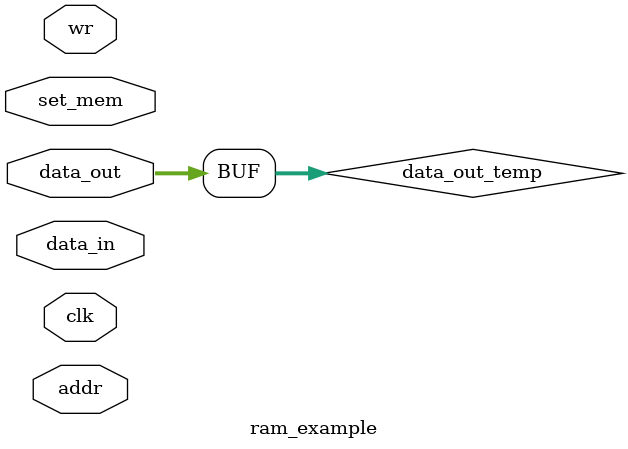
<source format=v>
module ram_example(
    addr,
    wr,
    clk,
    data_in,
    data_out,
    set_mem);

    input       clk, wr, set_mem;
    input[0:3]  data_in;
    input[0:2]  addr;
    input[0:3]  data_out;
    reg  [0:3]  data_out_temp;
    reg  [0:3]  mem [0:3];

    always @(negedge clk)
    begin
        if (set_mem == 1'b0)
        begin
            mem[0] = 4'b0010;
            mem[1] = 4'b0011;
            mem[2] = 4'b0100;
            mem[3] = 4'b0101;
        end

        if (wr == 1'b1)
        begin
            mem[addr] <= data_in;
        end
        else if (wr == 1'b0)
        begin
            data_out_temp = mem[addr];
        end
    end
    assign data_out = data_out_temp;
endmodule
</source>
